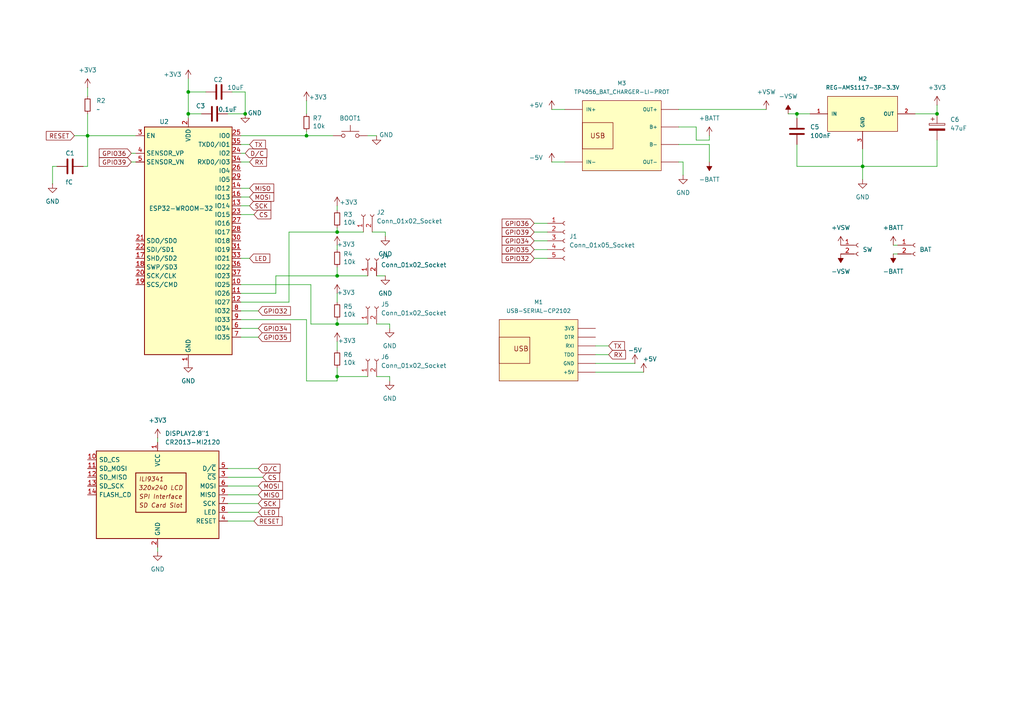
<source format=kicad_sch>
(kicad_sch (version 20250114) (generator "eeschema") (generator_version "9.0")
  (paper "A4")
  (lib_symbols
    (symbol "Ben_modules:REG-AMS1117-3P-3.3V" (pin_names (offset 1.016))
      (property "Reference" "M" (at -10.795 6.985 0))
      (property "Value" "REG-AMS1117-3P-3.3V" (at -10.795 5.08 0))
      (symbol "REG-AMS1117-3P-3.3V_1_1"
        (rectangle (start 10.16 5.08) (end -10.16 -5.08) (fill (type background)))
        (pin bidirectional line (at -15.24 0 0) (length 5.08) (name "IN") (number "1"))
        (pin bidirectional line (at 0 -10.16 90) (length 5.08) (name "GND") (number "3"))
        (pin bidirectional line (at 15.24 0 180) (length 5.08) (name "OUT") (number "2"))
      )
    )
    (symbol "Ben_modules:TP4056_BAT_CHARGER-LI-PROT" (pin_numbers (hide yes)) (pin_names (offset 1.016))
      (property "Reference" "M" (at -12.065 12.065 0))
      (property "Value" "TP4056_BAT_CHARGER-LI-PROT" (at -12.065 10.16 0))
      (symbol "TP4056_BAT_CHARGER-LI-PROT_1_0"
        (text "USB" (at -6.985 0 0) (effects (font (size 1.4224 1.4224))))
      )
      (symbol "TP4056_BAT_CHARGER-LI-PROT_1_1"
        (rectangle (start -11.43 10.16) (end 11.43 -10.16) (fill (type background)))
        (rectangle (start -2.54 3.81) (end -11.43 -3.81))
        (pin bidirectional line (at -16.51 7.62 0) (length 5.08) (name "IN+") (number "IN+"))
        (pin bidirectional line (at -16.51 -7.62 0) (length 5.08) (name "IN-") (number "IN-"))
        (pin bidirectional line (at 16.51 7.62 180) (length 5.08) (name "OUT+") (number "OUT+"))
        (pin bidirectional line (at 16.51 2.54 180) (length 5.08) (name "B+") (number "B+"))
        (pin bidirectional line (at 16.51 -2.54 180) (length 5.08) (name "B-") (number "B-"))
        (pin bidirectional line (at 16.51 -7.62 180) (length 5.08) (name "OUT-") (number "OUT-"))
      )
    )
    (symbol "Ben_modules:USB-SERIAL-CP2102" (pin_numbers (hide yes)) (pin_names (offset 1.016))
      (property "Reference" "M" (at -10.795 10.795 0))
      (property "Value" "USB-SERIAL-CP2102" (at -10.795 8.89 0))
      (symbol "USB-SERIAL-CP2102_1_0"
        (text "USB" (at -6.35 0.4572 0) (effects (font (size 1.4224 1.4224))))
      )
      (symbol "USB-SERIAL-CP2102_1_1"
        (rectangle (start -3.81 -3.81) (end -12.7 3.81))
        (rectangle (start 10.16 -8.89) (end -12.7 8.89) (fill (type background)))
        (pin power_in line (at 15.24 6.35 180) (length 5.08) (name "3V3") (number "1"))
        (pin bidirectional line (at 15.24 3.81 180) (length 5.08) (name "DTR") (number "2"))
        (pin bidirectional line (at 15.24 1.27 180) (length 5.08) (name "RXI") (number "3"))
        (pin bidirectional line (at 15.24 -1.27 180) (length 5.08) (name "TDO") (number "4"))
        (pin power_in line (at 15.24 -3.81 180) (length 5.08) (name "GND") (number "5"))
        (pin power_in line (at 15.24 -6.35 180) (length 5.08) (name "+5V") (number "6"))
      )
    )
    (symbol "Connector:Conn_01x02_Socket" (pin_names (offset 1.016) (hide yes))
      (property "Reference" "J" (at 0 2.54 0))
      (property "Value" "Conn_01x02_Socket" (at 0 -5.08 0))
      (symbol "Conn_01x02_Socket_1_1"
        (polyline (pts (xy -1.27 0) (xy -0.508 0)) (stroke (width 0.1524)))
        (polyline (pts (xy -1.27 -2.54) (xy -0.508 -2.54)) (stroke (width 0.1524)))
        (arc (start 0 -0.508) (mid -0.5058 0) (end 0 0.508) (stroke (width 0.1524)))
        (arc (start 0 -3.048) (mid -0.5058 -2.54) (end 0 -2.032) (stroke (width 0.1524)))
        (pin passive line (at -5.08 0 0) (length 3.81) (name "Pin_1") (number "1"))
        (pin passive line (at -5.08 -2.54 0) (length 3.81) (name "Pin_2") (number "2"))
      )
    )
    (symbol "Connector:Conn_01x05_Socket" (pin_names (offset 1.016) (hide yes))
      (property "Reference" "J" (at 0 7.62 0))
      (property "Value" "Conn_01x05_Socket" (at 0 -7.62 0))
      (symbol "Conn_01x05_Socket_1_1"
        (polyline (pts (xy -1.27 5.08) (xy -0.508 5.08)) (stroke (width 0.1524)))
        (polyline (pts (xy -1.27 2.54) (xy -0.508 2.54)) (stroke (width 0.1524)))
        (polyline (pts (xy -1.27 0) (xy -0.508 0)) (stroke (width 0.1524)))
        (polyline (pts (xy -1.27 -2.54) (xy -0.508 -2.54)) (stroke (width 0.1524)))
        (polyline (pts (xy -1.27 -5.08) (xy -0.508 -5.08)) (stroke (width 0.1524)))
        (arc (start 0 4.572) (mid -0.5058 5.08) (end 0 5.588) (stroke (width 0.1524)))
        (arc (start 0 2.032) (mid -0.5058 2.54) (end 0 3.048) (stroke (width 0.1524)))
        (arc (start 0 -0.508) (mid -0.5058 0) (end 0 0.508) (stroke (width 0.1524)))
        (arc (start 0 -3.048) (mid -0.5058 -2.54) (end 0 -2.032) (stroke (width 0.1524)))
        (arc (start 0 -5.588) (mid -0.5058 -5.08) (end 0 -4.572) (stroke (width 0.1524)))
        (pin passive line (at -5.08 5.08 0) (length 3.81) (name "Pin_1") (number "1"))
        (pin passive line (at -5.08 2.54 0) (length 3.81) (name "Pin_2") (number "2"))
        (pin passive line (at -5.08 0 0) (length 3.81) (name "Pin_3") (number "3"))
        (pin passive line (at -5.08 -2.54 0) (length 3.81) (name "Pin_4") (number "4"))
        (pin passive line (at -5.08 -5.08 0) (length 3.81) (name "Pin_5") (number "5"))
      )
    )
    (symbol "Device:C" (pin_numbers (hide yes)) (pin_names (offset 0.254))
      (property "Reference" "C" (at 0.635 2.54 0))
      (property "Value" "C" (at 0.635 -2.54 0))
      (symbol "C_0_1"
        (polyline (pts (xy -2.032 0.762) (xy 2.032 0.762)) (stroke (width 0.508)))
        (polyline (pts (xy -2.032 -0.762) (xy 2.032 -0.762)) (stroke (width 0.508)))
      )
      (symbol "C_1_1"
        (pin passive line (at 0 3.81 270) (length 2.794) (name "~") (number "1"))
        (pin passive line (at 0 -3.81 90) (length 2.794) (name "~") (number "2"))
      )
    )
    (symbol "Device:C_Polarized" (pin_numbers (hide yes)) (pin_names (offset 0.254))
      (property "Reference" "C" (at 0.635 2.54 0))
      (property "Value" "C_Polarized" (at 0.635 -2.54 0))
      (symbol "C_Polarized_0_1"
        (rectangle (start -2.286 0.508) (end 2.286 1.016))
        (polyline (pts (xy -1.778 2.286) (xy -0.762 2.286)))
        (polyline (pts (xy -1.27 2.794) (xy -1.27 1.778)))
        (rectangle (start 2.286 -0.508) (end -2.286 -1.016) (fill (type outline)))
      )
      (symbol "C_Polarized_1_1"
        (pin passive line (at 0 3.81 270) (length 2.794) (name "~") (number "1"))
        (pin passive line (at 0 -3.81 90) (length 2.794) (name "~") (number "2"))
      )
    )
    (symbol "Device:R_Small" (pin_numbers (hide yes)) (pin_names (offset 0.254) (hide yes))
      (property "Reference" "R" (at 0.762 0.508 0))
      (property "Value" "R_Small" (at 0.762 -1.016 0))
      (symbol "R_Small_0_1"
        (rectangle (start -0.762 1.778) (end 0.762 -1.778) (stroke (width 0.2032)))
      )
      (symbol "R_Small_1_1"
        (pin passive line (at 0 2.54 270) (length 0.762) (name "~") (number "1"))
        (pin passive line (at 0 -2.54 90) (length 0.762) (name "~") (number "2"))
      )
    )
    (symbol "Driver_Display:CR2013-MI2120" (pin_names (offset 0.762))
      (property "Reference" "U" (at -17.526 13.97 0))
      (property "Value" "CR2013-MI2120" (at 1.905 13.97 0))
      (symbol "CR2013-MI2120_0_0"
        (text "ILI9341" (at -5.461 4.572 0) (effects (font (size 1.27 1.27) (italic yes)) (justify left)))
        (text "SPI Interface" (at -5.461 -0.508 0) (effects (font (size 1.27 1.27) (italic yes)) (justify left)))
        (text "SD Card Slot" (at -5.461 -3.048 0) (effects (font (size 1.27 1.27) (italic yes)) (justify left)))
        (text "320x240 LCD" (at 0.889 2.032 0) (effects (font (size 1.27 1.27) (italic yes))))
      )
      (symbol "CR2013-MI2120_0_1"
        (rectangle (start -17.78 12.7) (end 17.78 -12.7) (stroke (width 0.254)) (fill (type background)))
        (rectangle (start -6.35 6.35) (end 8.255 -5.08) (stroke (width 0.254)))
      )
      (symbol "CR2013-MI2120_1_1"
        (pin input line (at -20.32 10.16 0) (length 2.54) (name "SD_CS") (number "10"))
        (pin input line (at -20.32 7.62 0) (length 2.54) (name "SD_MOSI") (number "11"))
        (pin output line (at -20.32 5.08 0) (length 2.54) (name "SD_MISO") (number "12"))
        (pin input line (at -20.32 2.54 0) (length 2.54) (name "SD_SCK") (number "13"))
        (pin input line (at -20.32 0 0) (length 2.54) (name "FLASH_CD") (number "14"))
        (pin power_in line (at 0 15.24 270) (length 2.54) (name "VCC") (number "1"))
        (pin power_in line (at 0 -15.24 90) (length 2.54) (name "GND") (number "2"))
        (pin input line (at 20.32 7.62 180) (length 2.54) (name "D/~{C}") (number "5"))
        (pin input line (at 20.32 5.08 180) (length 2.54) (name "~{CS}") (number "3"))
        (pin input line (at 20.32 2.54 180) (length 2.54) (name "MOSI") (number "6"))
        (pin output line (at 20.32 0 180) (length 2.54) (name "MISO") (number "9"))
        (pin input line (at 20.32 -2.54 180) (length 2.54) (name "SCK") (number "7"))
        (pin input line (at 20.32 -5.08 180) (length 2.54) (name "LED") (number "8"))
        (pin input line (at 20.32 -7.62 180) (length 2.54) (name "RESET") (number "4"))
      )
    )
    (symbol "RF_Module:ESP32-WROOM-32"
      (property "Reference" "U" (at -12.7 34.29 0))
      (property "Value" "ESP32-WROOM-32" (at 1.27 34.29 0))
      (symbol "ESP32-WROOM-32_0_1"
        (rectangle (start -12.7 33.02) (end 12.7 -33.02) (stroke (width 0.254)) (fill (type background)))
      )
      (symbol "ESP32-WROOM-32_1_1"
        (pin input line (at -15.24 30.48 0) (length 2.54) (name "EN") (number "3"))
        (pin input line (at -15.24 25.4 0) (length 2.54) (name "SENSOR_VP") (number "4"))
        (pin input line (at -15.24 22.86 0) (length 2.54) (name "SENSOR_VN") (number "5"))
        (pin bidirectional line (at -15.24 0 0) (length 2.54) (name "SDO/SD0") (number "21"))
        (pin bidirectional line (at -15.24 -2.54 0) (length 2.54) (name "SDI/SD1") (number "22"))
        (pin bidirectional line (at -15.24 -5.08 0) (length 2.54) (name "SHD/SD2") (number "17"))
        (pin bidirectional line (at -15.24 -7.62 0) (length 2.54) (name "SWP/SD3") (number "18"))
        (pin bidirectional line (at -15.24 -10.16 0) (length 2.54) (name "SCK/CLK") (number "20"))
        (pin bidirectional line (at -15.24 -12.7 0) (length 2.54) (name "SCS/CMD") (number "19"))
        (pin no_connect line (at -12.7 -27.94 0) (length 2.54) (hide yes) (name "NC") (number "32"))
        (pin power_in line (at 0 35.56 270) (length 2.54) (name "VDD") (number "2"))
        (pin power_in line (at 0 -35.56 90) (length 2.54) (name "GND") (number "1"))
        (pin passive line (at 0 -35.56 90) (length 2.54) (hide yes) (name "GND") (number "15"))
        (pin passive line (at 0 -35.56 90) (length 2.54) (hide yes) (name "GND") (number "38"))
        (pin passive line (at 0 -35.56 90) (length 2.54) (hide yes) (name "GND") (number "39"))
        (pin bidirectional line (at 15.24 30.48 180) (length 2.54) (name "IO0") (number "25"))
        (pin bidirectional line (at 15.24 27.94 180) (length 2.54) (name "TXD0/IO1") (number "35"))
        (pin bidirectional line (at 15.24 25.4 180) (length 2.54) (name "IO2") (number "24"))
        (pin bidirectional line (at 15.24 22.86 180) (length 2.54) (name "RXD0/IO3") (number "34"))
        (pin bidirectional line (at 15.24 20.32 180) (length 2.54) (name "IO4") (number "26"))
        (pin bidirectional line (at 15.24 17.78 180) (length 2.54) (name "IO5") (number "29"))
        (pin bidirectional line (at 15.24 15.24 180) (length 2.54) (name "IO12") (number "14"))
        (pin bidirectional line (at 15.24 12.7 180) (length 2.54) (name "IO13") (number "16"))
        (pin bidirectional line (at 15.24 10.16 180) (length 2.54) (name "IO14") (number "13"))
        (pin bidirectional line (at 15.24 7.62 180) (length 2.54) (name "IO15") (number "23"))
        (pin bidirectional line (at 15.24 5.08 180) (length 2.54) (name "IO16") (number "27"))
        (pin bidirectional line (at 15.24 2.54 180) (length 2.54) (name "IO17") (number "28"))
        (pin bidirectional line (at 15.24 0 180) (length 2.54) (name "IO18") (number "30"))
        (pin bidirectional line (at 15.24 -2.54 180) (length 2.54) (name "IO19") (number "31"))
        (pin bidirectional line (at 15.24 -5.08 180) (length 2.54) (name "IO21") (number "33"))
        (pin bidirectional line (at 15.24 -7.62 180) (length 2.54) (name "IO22") (number "36"))
        (pin bidirectional line (at 15.24 -10.16 180) (length 2.54) (name "IO23") (number "37"))
        (pin bidirectional line (at 15.24 -12.7 180) (length 2.54) (name "IO25") (number "10"))
        (pin bidirectional line (at 15.24 -15.24 180) (length 2.54) (name "IO26") (number "11"))
        (pin bidirectional line (at 15.24 -17.78 180) (length 2.54) (name "IO27") (number "12"))
        (pin bidirectional line (at 15.24 -20.32 180) (length 2.54) (name "IO32") (number "8"))
        (pin bidirectional line (at 15.24 -22.86 180) (length 2.54) (name "IO33") (number "9"))
        (pin input line (at 15.24 -25.4 180) (length 2.54) (name "IO34") (number "6"))
        (pin input line (at 15.24 -27.94 180) (length 2.54) (name "IO35") (number "7"))
      )
    )
    (symbol "Switch:SW_Push" (pin_numbers (hide yes)) (pin_names (offset 1.016) (hide yes))
      (property "Reference" "SW" (at 1.27 2.54 0))
      (property "Value" "SW_Push" (at 0 -1.524 0))
      (symbol "SW_Push_0_1"
        (circle (center -2.032 0) (radius 0.508))
        (polyline (pts (xy 0 1.27) (xy 0 3.048)))
        (circle (center 2.032 0) (radius 0.508))
        (polyline (pts (xy 2.54 1.27) (xy -2.54 1.27)))
        (pin passive line (at -5.08 0 0) (length 2.54) (name "1") (number "1"))
        (pin passive line (at 5.08 0 180) (length 2.54) (name "2") (number "2"))
      )
    )
    (symbol "power:+3V3" (power) (pin_numbers (hide yes)) (pin_names (offset 0) (hide yes))
      (property "Value" "+3V3" (at 0 3.556 0))
      (symbol "+3V3_0_1"
        (polyline (pts (xy -0.762 1.27) (xy 0 2.54)))
        (polyline (pts (xy 0 2.54) (xy 0.762 1.27)))
        (polyline (pts (xy 0 0) (xy 0 2.54)))
      )
      (symbol "+3V3_1_1"
        (pin power_in line (at 0 0 90) (length 0) (name "~") (number "1"))
      )
    )
    (symbol "power:+BATT" (power) (pin_numbers (hide yes)) (pin_names (offset 0) (hide yes))
      (property "Value" "+BATT" (at 0 3.556 0))
      (symbol "+BATT_0_1"
        (polyline (pts (xy -0.762 1.27) (xy 0 2.54)))
        (polyline (pts (xy 0 2.54) (xy 0.762 1.27)))
        (polyline (pts (xy 0 0) (xy 0 2.54)))
      )
      (symbol "+BATT_1_1"
        (pin power_in line (at 0 0 90) (length 0) (name "~") (number "1"))
      )
    )
    (symbol "power:+VSW" (power) (pin_numbers (hide yes)) (pin_names (offset 0) (hide yes))
      (property "Value" "+VSW" (at 0 3.556 0))
      (symbol "+VSW_0_1"
        (polyline (pts (xy -0.762 1.27) (xy 0 2.54)))
        (polyline (pts (xy 0 2.54) (xy 0.762 1.27)))
        (polyline (pts (xy 0 0) (xy 0 2.54)))
      )
      (symbol "+VSW_1_1"
        (pin power_in line (at 0 0 90) (length 0) (name "~") (number "1"))
      )
    )
    (symbol "power:-BATT" (power) (pin_numbers (hide yes)) (pin_names (offset 0) (hide yes))
      (property "Value" "-BATT" (at 0 3.556 0))
      (symbol "-BATT_0_1"
        (polyline (pts (xy 0 0) (xy 0 2.54)))
        (polyline (pts (xy 0.762 1.27) (xy -0.762 1.27) (xy 0 2.54) (xy 0.762 1.27)) (fill (type outline)))
      )
      (symbol "-BATT_1_1"
        (pin power_in line (at 0 0 90) (length 0) (name "~") (number "1"))
      )
    )
    (symbol "power:-VSW" (power) (pin_numbers (hide yes)) (pin_names (offset 0) (hide yes))
      (property "Value" "-VSW" (at 0 3.556 0))
      (symbol "-VSW_0_0"
        (pin power_in line (at 0 0 90) (length 0) (name "~") (number "1"))
      )
      (symbol "-VSW_0_1"
        (polyline (pts (xy 0 0) (xy 0 1.27) (xy 0.762 1.27) (xy 0 2.54) (xy -0.762 1.27) (xy 0 1.27)) (fill (type outline)))
      )
    )
    (symbol "power:GND" (power) (pin_numbers (hide yes)) (pin_names (offset 0) (hide yes))
      (property "Value" "GND" (at 0 -3.81 0))
      (symbol "GND_0_1"
        (polyline (pts (xy 0 0) (xy 0 -1.27) (xy 1.27 -1.27) (xy 0 -2.54) (xy -1.27 -1.27) (xy 0 -1.27)))
      )
      (symbol "GND_1_1"
        (pin power_in line (at 0 0 270) (length 0) (name "~") (number "1"))
      )
    )
  )
  (text "VALIDAR PINOS DISPLAY\n\nREVISAR POSIÇÂO FIOS PUSH BUTTON\n" (at -21.844 54.356 0) (effects (font (size 1.27 1.27))))
  (junction (at 97.79 109.22))
  (junction (at 25.4 39.37))
  (junction (at 88.9 39.37))
  (junction (at 71.12 33.02))
  (junction (at 97.79 93.98))
  (junction (at 97.79 80.01))
  (junction (at 250.19 48.26))
  (junction (at 97.79 67.31))
  (junction (at 231.14 33.02))
  (junction (at 271.78 33.02))
  (junction (at 54.61 26.67))
  (junction (at 54.61 33.02))
  (wire (pts (xy 97.79 59.69) (xy 97.79 60.96)))
  (wire (pts (xy 160.02 46.99) (xy 163.83 46.99)))
  (wire (pts (xy 69.85 74.93) (xy 72.39 74.93)))
  (wire (pts (xy 97.79 66.04) (xy 97.79 67.31)))
  (wire (pts (xy 24.13 48.26) (xy 25.4 48.26)))
  (wire (pts (xy 69.85 44.45) (xy 71.12 44.45)))
  (wire (pts (xy 54.61 33.02) (xy 54.61 34.29)))
  (wire (pts (xy 66.04 140.97) (xy 74.93 140.97)))
  (wire (pts (xy 231.14 41.91) (xy 231.14 48.26)))
  (wire (pts (xy 83.82 87.63) (xy 83.82 67.31)))
  (wire (pts (xy 205.74 39.37) (xy 205.74 40.64)))
  (wire (pts (xy 45.72 127) (xy 45.72 128.27)))
  (wire (pts (xy 69.85 87.63) (xy 83.82 87.63)))
  (wire (pts (xy 69.85 97.79) (xy 74.93 97.79)))
  (wire (pts (xy 66.04 148.59) (xy 74.93 148.59)))
  (wire (pts (xy 97.79 80.01) (xy 106.68 80.01)))
  (wire (pts (xy 172.72 105.41) (xy 184.15 105.41)))
  (wire (pts (xy 205.74 40.64) (xy 201.93 40.64)))
  (wire (pts (xy 25.4 39.37) (xy 39.37 39.37)))
  (wire (pts (xy 69.85 95.25) (xy 74.93 95.25)))
  (wire (pts (xy 69.85 62.23) (xy 73.66 62.23)))
  (wire (pts (xy 111.76 67.31) (xy 111.76 68.58)))
  (wire (pts (xy 25.4 25.4) (xy 25.4 27.94)))
  (wire (pts (xy 59.69 26.67) (xy 54.61 26.67)))
  (wire (pts (xy 154.94 72.39) (xy 158.75 72.39)))
  (wire (pts (xy 109.22 109.22) (xy 113.03 109.22)))
  (wire (pts (xy 80.01 85.09) (xy 80.01 80.01)))
  (wire (pts (xy 265.43 33.02) (xy 271.78 33.02)))
  (wire (pts (xy 198.12 46.99) (xy 196.85 46.99)))
  (wire (pts (xy 88.9 92.71) (xy 88.9 110.49)))
  (wire (pts (xy 154.94 74.93) (xy 158.75 74.93)))
  (wire (pts (xy 69.85 85.09) (xy 80.01 85.09)))
  (wire (pts (xy 172.72 100.33) (xy 176.53 100.33)))
  (wire (pts (xy 69.85 92.71) (xy 88.9 92.71)))
  (wire (pts (xy 97.79 72.39) (xy 97.79 71.12)))
  (wire (pts (xy 154.94 64.77) (xy 158.75 64.77)))
  (wire (pts (xy 69.85 54.61) (xy 72.39 54.61)))
  (wire (pts (xy 201.93 36.83) (xy 196.85 36.83)))
  (wire (pts (xy 39.37 44.45) (xy 38.1 44.45)))
  (wire (pts (xy 109.22 93.98) (xy 113.03 93.98)))
  (wire (pts (xy 172.72 107.95) (xy 186.69 107.95)))
  (wire (pts (xy 154.94 67.31) (xy 158.75 67.31)))
  (wire (pts (xy 97.79 77.47) (xy 97.79 80.01)))
  (wire (pts (xy 88.9 39.37) (xy 96.52 39.37)))
  (wire (pts (xy 250.19 43.18) (xy 250.19 48.26)))
  (wire (pts (xy 231.14 33.02) (xy 234.95 33.02)))
  (wire (pts (xy 54.61 26.67) (xy 54.61 22.86)))
  (wire (pts (xy 97.79 93.98) (xy 97.79 92.71)))
  (wire (pts (xy 97.79 110.49) (xy 97.79 109.22)))
  (wire (pts (xy 69.85 90.17) (xy 74.93 90.17)))
  (wire (pts (xy 97.79 67.31) (xy 105.41 67.31)))
  (wire (pts (xy 69.85 46.99) (xy 72.39 46.99)))
  (wire (pts (xy 66.04 143.51) (xy 74.93 143.51)))
  (wire (pts (xy 271.78 30.48) (xy 271.78 33.02)))
  (wire (pts (xy 97.79 85.09) (xy 97.79 87.63)))
  (wire (pts (xy 88.9 39.37) (xy 88.9 38.1)))
  (wire (pts (xy 250.19 48.26) (xy 271.78 48.26)))
  (wire (pts (xy 228.6 33.02) (xy 231.14 33.02)))
  (wire (pts (xy 80.01 80.01) (xy 97.79 80.01)))
  (wire (pts (xy 66.04 146.05) (xy 74.93 146.05)))
  (wire (pts (xy 88.9 110.49) (xy 97.79 110.49)))
  (wire (pts (xy 97.79 93.98) (xy 106.68 93.98)))
  (wire (pts (xy 69.85 82.55) (xy 90.17 82.55)))
  (wire (pts (xy 69.85 41.91) (xy 72.39 41.91)))
  (wire (pts (xy 71.12 26.67) (xy 71.12 33.02)))
  (wire (pts (xy 90.17 82.55) (xy 90.17 93.98)))
  (wire (pts (xy 250.19 48.26) (xy 250.19 52.07)))
  (wire (pts (xy 231.14 48.26) (xy 250.19 48.26)))
  (wire (pts (xy 25.4 33.02) (xy 25.4 39.37)))
  (wire (pts (xy 201.93 40.64) (xy 201.93 36.83)))
  (wire (pts (xy 106.68 39.37) (xy 109.22 39.37)))
  (wire (pts (xy 97.79 109.22) (xy 106.68 109.22)))
  (wire (pts (xy 107.95 67.31) (xy 111.76 67.31)))
  (wire (pts (xy 97.79 99.06) (xy 97.79 101.6)))
  (wire (pts (xy 67.31 26.67) (xy 71.12 26.67)))
  (wire (pts (xy 271.78 40.64) (xy 271.78 48.26)))
  (wire (pts (xy 58.42 33.02) (xy 54.61 33.02)))
  (wire (pts (xy 83.82 67.31) (xy 97.79 67.31)))
  (wire (pts (xy 97.79 106.68) (xy 97.79 109.22)))
  (wire (pts (xy 90.17 93.98) (xy 97.79 93.98)))
  (wire (pts (xy 15.24 48.26) (xy 16.51 48.26)))
  (wire (pts (xy 54.61 26.67) (xy 54.61 33.02)))
  (wire (pts (xy 198.12 46.99) (xy 198.12 50.8)))
  (wire (pts (xy 172.72 102.87) (xy 176.53 102.87)))
  (wire (pts (xy 66.04 151.13) (xy 73.66 151.13)))
  (wire (pts (xy 231.14 34.29) (xy 231.14 33.02)))
  (wire (pts (xy 160.02 31.75) (xy 163.83 31.75)))
  (wire (pts (xy 66.04 135.89) (xy 74.93 135.89)))
  (wire (pts (xy 69.85 57.15) (xy 72.39 57.15)))
  (wire (pts (xy 45.72 158.75) (xy 45.72 160.02)))
  (wire (pts (xy 88.9 39.37) (xy 69.85 39.37)))
  (wire (pts (xy 69.85 59.69) (xy 72.39 59.69)))
  (wire (pts (xy 109.22 80.01) (xy 111.76 80.01)))
  (wire (pts (xy 88.9 29.21) (xy 88.9 33.02)))
  (wire (pts (xy 66.04 138.43) (xy 76.2 138.43)))
  (wire (pts (xy 205.74 41.91) (xy 205.74 46.99)))
  (wire (pts (xy 21.59 39.37) (xy 25.4 39.37)))
  (wire (pts (xy 38.1 46.99) (xy 39.37 46.99)))
  (wire (pts (xy 154.94 69.85) (xy 158.75 69.85)))
  (wire (pts (xy 25.4 39.37) (xy 25.4 48.26)))
  (wire (pts (xy 260.35 71.12) (xy 259.08 71.12)))
  (wire (pts (xy 15.24 48.26) (xy 15.24 53.34)))
  (wire (pts (xy 205.74 41.91) (xy 196.85 41.91)))
  (wire (pts (xy 113.03 109.22) (xy 113.03 110.49)))
  (wire (pts (xy 260.35 73.66) (xy 259.08 73.66)))
  (wire (pts (xy 196.85 31.75) (xy 222.25 31.75)))
  (wire (pts (xy 66.04 33.02) (xy 71.12 33.02)))
  (wire (pts (xy 113.03 93.98) (xy 113.03 95.25)))
  (global_label "GPIO35" (shape input) (at 74.93 97.79 0) (property "Intersheetrefs" "${INTERSHEET_REFS}" (effects (hide yes))))
  (global_label "LED" (shape input) (at 74.93 148.59 0) (property "Intersheetrefs" "${INTERSHEET_REFS}" (effects (hide yes))))
  (global_label "RESET" (shape input) (at 73.66 151.13 0) (property "Intersheetrefs" "${INTERSHEET_REFS}" (effects (hide yes))))
  (global_label "TX" (shape input) (at 72.39 41.91 0) (property "Intersheetrefs" "${INTERSHEET_REFS}" (effects (hide yes))))
  (global_label "GPIO36" (shape input) (at 38.1 44.45 180) (property "Intersheetrefs" "${INTERSHEET_REFS}" (effects (hide yes))))
  (global_label "RX" (shape input) (at 72.39 46.99 0) (property "Intersheetrefs" "${INTERSHEET_REFS}" (effects (hide yes))))
  (global_label "MOSI" (shape input) (at 72.39 57.15 0) (property "Intersheetrefs" "${INTERSHEET_REFS}" (effects (hide yes))))
  (global_label "D{slash}C" (shape input) (at 74.93 135.89 0) (property "Intersheetrefs" "${INTERSHEET_REFS}" (effects (hide yes))))
  (global_label "GPIO39" (shape input) (at 154.94 67.31 180) (property "Intersheetrefs" "${INTERSHEET_REFS}" (effects (hide yes))))
  (global_label "CS" (shape input) (at 76.2 138.43 0) (property "Intersheetrefs" "${INTERSHEET_REFS}" (effects (hide yes))))
  (global_label "D{slash}C" (shape input) (at 71.12 44.45 0) (property "Intersheetrefs" "${INTERSHEET_REFS}" (effects (hide yes))))
  (global_label "SCK" (shape input) (at 72.39 59.69 0) (property "Intersheetrefs" "${INTERSHEET_REFS}" (effects (hide yes))))
  (global_label "SCK" (shape input) (at 74.93 146.05 0) (property "Intersheetrefs" "${INTERSHEET_REFS}" (effects (hide yes))))
  (global_label "GPIO34" (shape input) (at 154.94 69.85 180) (property "Intersheetrefs" "${INTERSHEET_REFS}" (effects (hide yes))))
  (global_label "CS" (shape input) (at 73.66 62.23 0) (property "Intersheetrefs" "${INTERSHEET_REFS}" (effects (hide yes))))
  (global_label "GPIO34" (shape input) (at 74.93 95.25 0) (property "Intersheetrefs" "${INTERSHEET_REFS}" (effects (hide yes))))
  (global_label "TX" (shape input) (at 176.53 100.33 0) (property "Intersheetrefs" "${INTERSHEET_REFS}" (effects (hide yes))))
  (global_label "RESET" (shape input) (at 21.59 39.37 180) (property "Intersheetrefs" "${INTERSHEET_REFS}" (effects (hide yes))))
  (global_label "GPIO32" (shape input) (at 154.94 74.93 180) (property "Intersheetrefs" "${INTERSHEET_REFS}" (effects (hide yes))))
  (global_label "GPIO39" (shape input) (at 38.1 46.99 180) (property "Intersheetrefs" "${INTERSHEET_REFS}" (effects (hide yes))))
  (global_label "MOSI" (shape input) (at 74.93 140.97 0) (property "Intersheetrefs" "${INTERSHEET_REFS}" (effects (hide yes))))
  (global_label "GPIO32" (shape input) (at 74.93 90.17 0) (property "Intersheetrefs" "${INTERSHEET_REFS}" (effects (hide yes))))
  (global_label "MISO" (shape input) (at 74.93 143.51 0) (property "Intersheetrefs" "${INTERSHEET_REFS}" (effects (hide yes))))
  (global_label "MISO" (shape input) (at 72.39 54.61 0) (property "Intersheetrefs" "${INTERSHEET_REFS}" (effects (hide yes))))
  (global_label "GPIO35" (shape input) (at 154.94 72.39 180) (property "Intersheetrefs" "${INTERSHEET_REFS}" (effects (hide yes))))
  (global_label "GPIO36" (shape input) (at 154.94 64.77 180) (property "Intersheetrefs" "${INTERSHEET_REFS}" (effects (hide yes))))
  (global_label "RX" (shape input) (at 176.53 102.87 0) (property "Intersheetrefs" "${INTERSHEET_REFS}" (effects (hide yes))))
  (global_label "LED" (shape input) (at 72.39 74.93 0) (property "Intersheetrefs" "${INTERSHEET_REFS}" (effects (hide yes))))
  (symbol (lib_id "power:+3V3") (at 25.4 25.4 0) (unit 1)
    (property "Reference" "#PWR03" (effects (hide yes)))
    (property "Value" "+3V3" (at 25.4 20.32 0))
    (property "Description" "Power symbol creates a global label with name \"+3V3\"" (effects (hide yes)))
  )
  (symbol (lib_id "power:+3V3") (at 97.79 99.06 0) (unit 1)
    (property "Reference" "#PWR016" (effects (hide yes)))
    (property "Value" "+3V3" (at 100.584 98.806 0))
    (property "Description" "Power symbol creates a global label with name \"+3V3\"" (effects (hide yes)))
  )
  (symbol (lib_id "power:+VSW") (at 243.84 71.12 0) (unit 1)
    (property "Reference" "#PWR033" (effects (hide yes)))
    (property "Value" "+VSW" (at 243.84 66.04 0))
    (property "Description" "Power symbol creates a global label with name \"+VSW\"" (effects (hide yes)))
  )
  (symbol (lib_id "Device:C_Polarized") (at 271.78 36.83 0) (unit 1)
    (property "Reference" "C6" (at 275.59 34.6709 0) (effects (justify left)))
    (property "Value" "47uF" (at 275.59 37.2109 0) (effects (justify left)))
    (property "Footprint" "Capacitor_THT:CP_Radial_D5.0mm_P2.50mm" (effects (hide yes)))
    (property "Description" "Polarized capacitor" (effects (hide yes)))
  )
  (symbol (lib_id "Switch:SW_Push") (at 101.6 39.37 0) (unit 1)
    (property "Reference" "BOOT1" (at 101.6 34.29 0))
    (property "Value" "SW_Push" (effects (hide yes)))
    (property "Footprint" "Button_Switch_THT:SW_PUSH_6mm_H13mm" (effects (hide yes)))
    (property "Description" "Push button switch, generic, two pins" (effects (hide yes)))
  )
  (symbol (lib_id "power:+3V3") (at 88.9 29.21 0) (unit 1)
    (property "Reference" "#PWR031" (effects (hide yes)))
    (property "Value" "+3V3" (at 92.202 28.194 0))
    (property "Description" "Power symbol creates a global label with name \"+3V3\"" (effects (hide yes)))
  )
  (symbol (lib_id "Device:R_Small") (at 97.79 63.5 0) (unit 1)
    (property "Reference" "R3" (at 99.568 62.23 0) (effects (justify left)))
    (property "Value" "10k" (at 99.568 64.516 0) (effects (justify left)))
    (property "Footprint" "Resistor_SMD:R_1206_3216Metric" (effects (hide yes)))
    (property "Description" "Resistor, small symbol" (effects (hide yes)))
  )
  (symbol (lib_id "power:GND") (at 45.72 160.02 0) (unit 1)
    (property "Reference" "#PWR018" (effects (hide yes)))
    (property "Value" "GND" (at 45.72 165.1 0))
    (property "Description" "Power symbol creates a global label with name \"GND\" , ground" (effects (hide yes)))
  )
  (symbol (lib_id "power:GND") (at 198.12 50.8 0) (unit 1)
    (property "Reference" "#PWR026" (effects (hide yes)))
    (property "Value" "GND" (at 198.12 55.88 0))
    (property "Description" "Power symbol creates a global label with name \"GND\" , ground" (effects (hide yes)))
  )
  (symbol (lib_id "power:GND") (at 111.76 68.58 0) (unit 1)
    (property "Reference" "#PWR011" (effects (hide yes)))
    (property "Value" "GND" (at 111.76 73.66 0))
    (property "Description" "Power symbol creates a global label with name \"GND\" , ground" (effects (hide yes)))
  )
  (symbol (lib_id "power:+3V3") (at 271.78 30.48 0) (unit 1)
    (property "Reference" "#PWR020" (effects (hide yes)))
    (property "Value" "+3V3" (at 271.78 25.4 0))
    (property "Description" "Power symbol creates a global label with name \"+3V3\"" (effects (hide yes)))
  )
  (symbol (lib_id "Connector:Conn_01x02_Socket") (at 106.68 88.9 90) (unit 1)
    (property "Reference" "J5" (at 110.49 88.2649 90) (effects (justify right)))
    (property "Value" "Conn_01x02_Socket" (at 110.49 90.8049 90) (effects (justify right)))
    (property "Footprint" "Connector_PinHeader_2.54mm:PinHeader_1x02_P2.54mm_Vertical" (effects (hide yes)))
    (property "Description" "Generic connector, single row, 01x02, script generated" (effects (hide yes)))
  )
  (symbol (lib_id "power:GND") (at 113.03 95.25 0) (unit 1)
    (property "Reference" "#PWR015" (effects (hide yes)))
    (property "Value" "GND" (at 113.03 100.33 0))
    (property "Description" "Power symbol creates a global label with name \"GND\" , ground" (effects (hide yes)))
  )
  (symbol (lib_id "Device:C") (at 63.5 26.67 270) (unit 1)
    (property "Reference" "C2" (at 63.246 23.114 90))
    (property "Value" "10uF" (at 68.326 25.4 90))
    (property "Footprint" "Capacitor_SMD:C_1210_3225Metric" (effects (hide yes)))
    (property "Description" "Unpolarized capacitor" (effects (hide yes)))
  )
  (symbol (lib_id "power:+3V3") (at 97.79 59.69 0) (unit 1)
    (property "Reference" "#PWR010" (effects (hide yes)))
    (property "Value" "+3V3" (at 101.092 58.674 0))
    (property "Description" "Power symbol creates a global label with name \"+3V3\"" (effects (hide yes)))
  )
  (symbol (lib_id "power:GND") (at 250.19 52.07 0) (unit 1)
    (property "Reference" "#PWR021" (effects (hide yes)))
    (property "Value" "GND" (at 250.19 57.15 0))
    (property "Description" "Power symbol creates a global label with name \"GND\" , ground" (effects (hide yes)))
  )
  (symbol (lib_id "Device:R_Small") (at 25.4 30.48 0) (unit 1)
    (property "Reference" "R2" (at 27.94 29.2099 0) (effects (justify left)))
    (property "Value" "~" (at 27.94 31.7499 0) (effects (justify left)))
    (property "Footprint" "Resistor_SMD:R_1206_3216Metric" (effects (hide yes)))
    (property "Description" "Resistor, small symbol" (effects (hide yes)))
  )
  (symbol (lib_id "power:+3V3") (at 54.61 22.86 0) (unit 1)
    (property "Reference" "#PWR07" (effects (hide yes)))
    (property "Value" "+3V3" (at 50.038 21.59 0))
    (property "Description" "Power symbol creates a global label with name \"+3V3\"" (effects (hide yes)))
  )
  (symbol (lib_id "power:-VSW") (at 243.84 73.66 180) (unit 1)
    (property "Reference" "#PWR034" (effects (hide yes)))
    (property "Value" "-VSW" (at 243.84 78.74 0))
    (property "Description" "Power symbol creates a global label with name \"-VSW\"" (effects (hide yes)))
  )
  (symbol (lib_id "power:GND") (at 71.12 33.02 0) (unit 1)
    (property "Reference" "#PWR06" (effects (hide yes)))
    (property "Value" "GND" (at 73.914 32.766 0))
    (property "Description" "Power symbol creates a global label with name \"GND\" , ground" (effects (hide yes)))
  )
  (symbol (lib_id "Connector:Conn_01x02_Socket") (at 106.68 74.93 90) (unit 1)
    (property "Reference" "J4" (at 110.49 74.2949 90) (effects (justify right)))
    (property "Value" "Conn_01x02_Socket" (at 110.49 76.8349 90) (effects (justify right)))
    (property "Footprint" "Connector_PinHeader_2.54mm:PinHeader_1x02_P2.54mm_Vertical" (effects (hide yes)))
    (property "Description" "Generic connector, single row, 01x02, script generated" (effects (hide yes)))
  )
  (symbol (lib_id "Device:C") (at 20.32 48.26 270) (unit 1)
    (property "Reference" "C1" (at 20.32 44.45 90))
    (property "Value" "fC" (at 20.066 52.832 90))
    (property "Footprint" "Capacitor_SMD:C_1210_3225Metric" (effects (hide yes)))
    (property "Description" "Unpolarized capacitor" (effects (hide yes)))
  )
  (symbol (lib_id "Driver_Display:CR2013-MI2120") (at 45.72 143.51 0) (unit 1)
    (property "Reference" "DISPLAY2.8\"1" (at 47.8633 125.73 0) (effects (justify left)))
    (property "Value" "CR2013-MI2120" (at 47.8633 128.27 0) (effects (justify left)))
    (property "Footprint" "Display:CR2013-MI2120" (effects (hide yes)))
    (property "Datasheet" "http://pan.baidu.com/s/11Y990" (effects (hide yes)))
    (property "Description" "ILI9341 controller, SPI TFT LCD Display, 9-pin breakout PCB, 4-pin SD card interface, 5V/3.3V" (effects (hide yes)))
  )
  (symbol (lib_id "Connector:Conn_01x02_Socket") (at 248.92 71.12 0) (unit 1)
    (property "Reference" "SW1" (effects (hide yes)))
    (property "Value" "SW" (at 250.19 72.3899 0) (effects (justify left)))
    (property "Footprint" "Connector_PinHeader_2.54mm:PinHeader_1x02_P2.54mm_Vertical" (effects (hide yes)))
    (property "Description" "Generic connector, single row, 01x02, script generated" (effects (hide yes)))
  )
  (symbol (lib_id "Ben_modules:USB-SERIAL-CP2102") (at 157.48 101.6 0) (unit 1)
    (property "Reference" "M1" (at 156.21 87.63 0) (effects (font (size 1.143 1.143))))
    (property "Value" "USB-SERIAL-CP2102" (at 156.21 90.17 0) (effects (font (size 1.143 1.143))))
    (property "Footprint" "Ben_modules:USB-SERIAL-CP2102" (effects (hide yes)))
  )
  (symbol (lib_id "power:GND") (at 109.22 39.37 0) (unit 1)
    (property "Reference" "#PWR032" (effects (hide yes)))
    (property "Value" "GND" (at 112.014 39.116 0))
    (property "Description" "Power symbol creates a global label with name \"GND\" , ground" (effects (hide yes)))
  )
  (symbol (lib_id "power:GND") (at 54.61 105.41 0) (unit 1)
    (property "Reference" "#PWR04" (effects (hide yes)))
    (property "Value" "GND" (at 54.61 110.49 0))
    (property "Description" "Power symbol creates a global label with name \"GND\" , ground" (effects (hide yes)))
  )
  (symbol (lib_id "power:GND") (at 111.76 80.01 0) (unit 1)
    (property "Reference" "#PWR013" (effects (hide yes)))
    (property "Value" "GND" (at 111.76 85.09 0))
    (property "Description" "Power symbol creates a global label with name \"GND\" , ground" (effects (hide yes)))
  )
  (symbol (lib_id "power:-BATT") (at 205.74 46.99 180) (unit 1)
    (property "Reference" "#PWR025" (effects (hide yes)))
    (property "Value" "-BATT" (at 205.74 52.07 0))
    (property "Description" "Power symbol creates a global label with name \"-BATT\"" (effects (hide yes)))
  )
  (symbol (lib_id "Connector:Conn_01x02_Socket") (at 106.68 104.14 90) (unit 1)
    (property "Reference" "J6" (at 110.49 103.5049 90) (effects (justify right)))
    (property "Value" "Conn_01x02_Socket" (at 110.49 106.0449 90) (effects (justify right)))
    (property "Footprint" "Connector_PinHeader_2.54mm:PinHeader_1x02_P2.54mm_Vertical" (effects (hide yes)))
    (property "Description" "Generic connector, single row, 01x02, script generated" (effects (hide yes)))
  )
  (symbol (lib_id "power:+3V3") (at 184.15 105.41 0) (unit 1)
    (property "Reference" "#PWR027" (effects (hide yes)))
    (property "Value" "-5V" (at 184.15 101.6 0))
    (property "Description" "Power symbol creates a global label with name \"+3V3\"" (effects (hide yes)))
  )
  (symbol (lib_id "Ben_modules:REG-AMS1117-3P-3.3V") (at 250.19 33.02 0) (unit 1)
    (property "Reference" "M2" (at 250.19 22.86 0) (effects (font (size 1.143 1.143))))
    (property "Value" "REG-AMS1117-3P-3.3V" (at 250.19 25.4 0) (effects (font (size 1.143 1.143))))
    (property "Footprint" "Ben_modules:REG-AMS1117-3P#V" (effects (hide yes)))
  )
  (symbol (lib_id "Device:R_Small") (at 88.9 35.56 0) (unit 1)
    (property "Reference" "R7" (at 90.678 34.29 0) (effects (justify left)))
    (property "Value" "10k" (at 90.678 36.576 0) (effects (justify left)))
    (property "Footprint" "Resistor_SMD:R_1206_3216Metric" (effects (hide yes)))
    (property "Description" "Resistor, small symbol" (effects (hide yes)))
  )
  (symbol (lib_id "Connector:Conn_01x02_Socket") (at 265.43 71.12 0) (unit 1)
    (property "Reference" "BAT1" (effects (hide yes)))
    (property "Value" "BAT" (at 266.7 72.3899 0) (effects (justify left)))
    (property "Footprint" "Connector_PinHeader_2.54mm:PinHeader_1x02_P2.54mm_Vertical" (effects (hide yes)))
    (property "Description" "Generic connector, single row, 01x02, script generated" (effects (hide yes)))
  )
  (symbol (lib_id "power:GND") (at 113.03 110.49 0) (unit 1)
    (property "Reference" "#PWR017" (effects (hide yes)))
    (property "Value" "GND" (at 113.03 115.57 0))
    (property "Description" "Power symbol creates a global label with name \"GND\" , ground" (effects (hide yes)))
  )
  (symbol (lib_id "Device:R_Small") (at 97.79 104.14 0) (unit 1)
    (property "Reference" "R6" (at 99.568 102.87 0) (effects (justify left)))
    (property "Value" "10k" (at 99.568 105.156 0) (effects (justify left)))
    (property "Footprint" "Resistor_SMD:R_1206_3216Metric" (effects (hide yes)))
    (property "Description" "Resistor, small symbol" (effects (hide yes)))
  )
  (symbol (lib_id "power:+3V3") (at 160.02 46.99 0) (unit 1)
    (property "Reference" "#PWR028" (effects (hide yes)))
    (property "Value" "-5V" (at 155.448 45.72 0))
    (property "Description" "Power symbol creates a global label with name \"+3V3\"" (effects (hide yes)))
  )
  (symbol (lib_id "power:-BATT") (at 259.08 73.66 180) (unit 1)
    (property "Reference" "#PWR030" (effects (hide yes)))
    (property "Value" "-BATT" (at 259.08 78.74 0))
    (property "Description" "Power symbol creates a global label with name \"-BATT\"" (effects (hide yes)))
  )
  (symbol (lib_id "Device:R_Small") (at 97.79 90.17 0) (unit 1)
    (property "Reference" "R5" (at 99.568 88.9 0) (effects (justify left)))
    (property "Value" "10k" (at 99.568 91.186 0) (effects (justify left)))
    (property "Footprint" "Resistor_SMD:R_1206_3216Metric" (effects (hide yes)))
    (property "Description" "Resistor, small symbol" (effects (hide yes)))
  )
  (symbol (lib_id "power:+BATT") (at 259.08 71.12 0) (unit 1)
    (property "Reference" "#PWR029" (effects (hide yes)))
    (property "Value" "+BATT" (at 259.08 66.04 0))
    (property "Description" "Power symbol creates a global label with name \"+BATT\"" (effects (hide yes)))
  )
  (symbol (lib_id "Device:C") (at 231.14 38.1 0) (unit 1)
    (property "Reference" "C5" (at 234.95 36.8299 0) (effects (justify left)))
    (property "Value" "100nF" (at 234.95 39.3699 0) (effects (justify left)))
    (property "Footprint" "Capacitor_SMD:C_1210_3225Metric" (effects (hide yes)))
    (property "Description" "Unpolarized capacitor" (effects (hide yes)))
  )
  (symbol (lib_id "Connector:Conn_01x05_Socket") (at 163.83 69.85 0) (unit 1)
    (property "Reference" "J1" (at 165.1 68.5799 0) (effects (justify left)))
    (property "Value" "Conn_01x05_Socket" (at 165.1 71.1199 0) (effects (justify left)))
    (property "Footprint" "Connector_PinHeader_2.54mm:PinHeader_1x05_P2.54mm_Vertical" (effects (hide yes)))
    (property "Description" "Generic connector, single row, 01x05, script generated" (effects (hide yes)))
  )
  (symbol (lib_id "power:-VSW") (at 228.6 33.02 0) (unit 1)
    (property "Reference" "#PWR022" (effects (hide yes)))
    (property "Value" "-VSW" (at 228.6 27.94 0))
    (property "Description" "Power symbol creates a global label with name \"-VSW\"" (effects (hide yes)))
  )
  (symbol (lib_id "power:+3V3") (at 186.69 107.95 0) (unit 1)
    (property "Reference" "#PWR09" (effects (hide yes)))
    (property "Value" "+5V" (at 188.468 104.14 0))
    (property "Description" "Power symbol creates a global label with name \"+3V3\"" (effects (hide yes)))
  )
  (symbol (lib_id "power:GND") (at 15.24 53.34 0) (unit 1)
    (property "Reference" "#PWR05" (effects (hide yes)))
    (property "Value" "GND" (at 15.24 58.42 0))
    (property "Description" "Power symbol creates a global label with name \"GND\" , ground" (effects (hide yes)))
  )
  (symbol (lib_id "power:+BATT") (at 205.74 39.37 0) (unit 1)
    (property "Reference" "#PWR024" (effects (hide yes)))
    (property "Value" "+BATT" (at 205.74 34.29 0))
    (property "Description" "Power symbol creates a global label with name \"+BATT\"" (effects (hide yes)))
  )
  (symbol (lib_id "Device:R_Small") (at 97.79 74.93 0) (unit 1)
    (property "Reference" "R4" (at 99.568 73.66 0) (effects (justify left)))
    (property "Value" "10k" (at 99.568 75.946 0) (effects (justify left)))
    (property "Footprint" "Resistor_SMD:R_1206_3216Metric" (effects (hide yes)))
    (property "Description" "Resistor, small symbol" (effects (hide yes)))
  )
  (symbol (lib_id "power:+3V3") (at 97.79 71.12 0) (unit 1)
    (property "Reference" "#PWR012" (effects (hide yes)))
    (property "Value" "+3V3" (at 100.33 70.866 0))
    (property "Description" "Power symbol creates a global label with name \"+3V3\"" (effects (hide yes)))
  )
  (symbol (lib_id "Device:C") (at 62.23 33.02 270) (unit 1)
    (property "Reference" "C3" (at 58.166 30.734 90))
    (property "Value" "0.1uF" (at 66.04 31.75 90))
    (property "Footprint" "Capacitor_SMD:C_1210_3225Metric" (effects (hide yes)))
    (property "Description" "Unpolarized capacitor" (effects (hide yes)))
  )
  (symbol (lib_id "power:+VSW") (at 222.25 31.75 0) (unit 1)
    (property "Reference" "#PWR023" (effects (hide yes)))
    (property "Value" "+VSW" (at 222.25 26.67 0))
    (property "Description" "Power symbol creates a global label with name \"+VSW\"" (effects (hide yes)))
  )
  (symbol (lib_id "power:+3V3") (at 45.72 127 0) (unit 1)
    (property "Reference" "#PWR019" (effects (hide yes)))
    (property "Value" "+3V3" (at 45.72 121.92 0))
    (property "Description" "Power symbol creates a global label with name \"+3V3\"" (effects (hide yes)))
  )
  (symbol (lib_id "RF_Module:ESP32-WROOM-32") (at 54.61 69.85 0) (unit 1)
    (property "Reference" "U2" (at 46.228 35.306 0) (effects (justify left)))
    (property "Value" "ESP32-WROOM-32" (at 43.18 60.452 0) (effects (justify left)))
    (property "Footprint" "RF_Module:ESP32-WROOM-32" (effects (hide yes)))
    (property "Datasheet" "https://www.espressif.com/sites/default/files/documentation/esp32-wroom-32_datasheet_en.pdf" (effects (hide yes)))
    (property "Description" "RF Module, ESP32-D0WDQ6 SoC, Wi-Fi 802.11b/g/n, Bluetooth, BLE, 32-bit, 2.7-3.6V, onboard antenna, SMD" (effects (hide yes)))
  )
  (symbol (lib_id "Connector:Conn_01x02_Socket") (at 105.41 62.23 90) (unit 1)
    (property "Reference" "J2" (at 109.22 61.5949 90) (effects (justify right)))
    (property "Value" "Conn_01x02_Socket" (at 109.22 64.1349 90) (effects (justify right)))
    (property "Footprint" "Connector_PinHeader_2.54mm:PinHeader_1x02_P2.54mm_Vertical" (effects (hide yes)))
    (property "Description" "Generic connector, single row, 01x02, script generated" (effects (hide yes)))
  )
  (symbol (lib_id "power:+3V3") (at 160.02 31.75 0) (unit 1)
    (property "Reference" "#PWR08" (effects (hide yes)))
    (property "Value" "+5V" (at 155.448 30.48 0))
    (property "Description" "Power symbol creates a global label with name \"+3V3\"" (effects (hide yes)))
  )
  (symbol (lib_id "power:+3V3") (at 97.79 85.09 0) (unit 1)
    (property "Reference" "#PWR014" (effects (hide yes)))
    (property "Value" "+3V3" (at 100.33 84.836 0))
    (property "Description" "Power symbol creates a global label with name \"+3V3\"" (effects (hide yes)))
  )
  (symbol (lib_id "Ben_modules:TP4056_BAT_CHARGER-LI-PROT") (at 180.34 39.37 0) (unit 1)
    (property "Reference" "M3" (at 180.34 24.13 0) (effects (font (size 1.143 1.143))))
    (property "Value" "TP4056_BAT_CHARGER-LI-PROT" (at 180.34 26.67 0) (effects (font (size 1.143 1.143))))
    (property "Footprint" "Ben_modules:TP4056_BAT_CHARGER-LI-PROT" (effects (hide yes)))
  )
)
</source>
